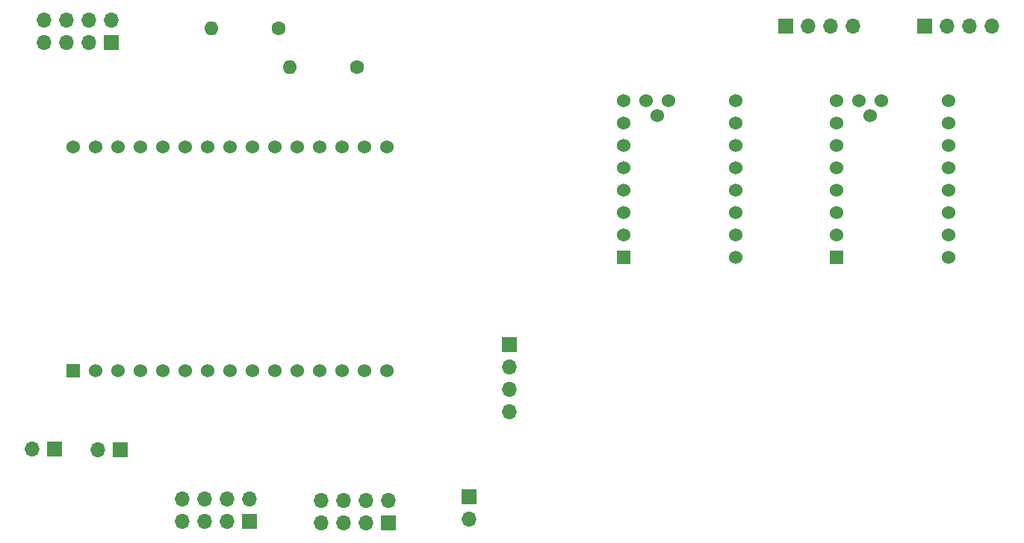
<source format=gbr>
%TF.GenerationSoftware,KiCad,Pcbnew,5.1.9-73d0e3b20d~88~ubuntu20.04.1*%
%TF.CreationDate,2021-04-10T15:21:01+02:00*%
%TF.ProjectId,pcb_central_unit,7063625f-6365-46e7-9472-616c5f756e69,rev?*%
%TF.SameCoordinates,Original*%
%TF.FileFunction,Soldermask,Bot*%
%TF.FilePolarity,Negative*%
%FSLAX46Y46*%
G04 Gerber Fmt 4.6, Leading zero omitted, Abs format (unit mm)*
G04 Created by KiCad (PCBNEW 5.1.9-73d0e3b20d~88~ubuntu20.04.1) date 2021-04-10 15:21:01*
%MOMM*%
%LPD*%
G01*
G04 APERTURE LIST*
%ADD10C,1.524000*%
%ADD11R,1.524000X1.524000*%
%ADD12O,1.700000X1.700000*%
%ADD13R,1.700000X1.700000*%
%ADD14O,1.600000X1.600000*%
%ADD15C,1.600000*%
G04 APERTURE END LIST*
D10*
%TO.C,U1*%
X123571000Y-76581000D03*
X124841000Y-74930000D03*
X122301000Y-74930000D03*
D11*
X119761000Y-92710000D03*
D10*
X119761000Y-90170000D03*
X119761000Y-87630000D03*
X119761000Y-85090000D03*
X119761000Y-82550000D03*
X119761000Y-80010000D03*
X119761000Y-77470000D03*
X119761000Y-74930000D03*
X132461000Y-74930000D03*
X132461000Y-77470000D03*
X132461000Y-80010000D03*
X132461000Y-82550000D03*
X132461000Y-85090000D03*
X132461000Y-87630000D03*
X132461000Y-90170000D03*
X132461000Y-92710000D03*
%TD*%
D12*
%TO.C,J2*%
X85471000Y-120269000D03*
X85471000Y-122809000D03*
X88011000Y-120269000D03*
X88011000Y-122809000D03*
X90551000Y-120269000D03*
X90551000Y-122809000D03*
X93091000Y-120269000D03*
D13*
X93091000Y-122809000D03*
%TD*%
D11*
%TO.C,U3*%
X57404000Y-105537000D03*
D10*
X59944000Y-105537000D03*
X62484000Y-105537000D03*
X65024000Y-105537000D03*
X67564000Y-105537000D03*
X70104000Y-105537000D03*
X72644000Y-105537000D03*
X75184000Y-105537000D03*
X77724000Y-105537000D03*
X80264000Y-105537000D03*
X82804000Y-105537000D03*
X85344000Y-105537000D03*
X87884000Y-105537000D03*
X90424000Y-105537000D03*
X92964000Y-105537000D03*
X92964000Y-80137000D03*
X90424000Y-80137000D03*
X87884000Y-80137000D03*
X85344000Y-80137000D03*
X82804000Y-80137000D03*
X80264000Y-80137000D03*
X77724000Y-80137000D03*
X75184000Y-80137000D03*
X72644000Y-80137000D03*
X70104000Y-80137000D03*
X67564000Y-80137000D03*
X65024000Y-80137000D03*
X62484000Y-80137000D03*
X59944000Y-80137000D03*
X57404000Y-80137000D03*
%TD*%
%TO.C,U2*%
X147701000Y-76581000D03*
X148971000Y-74930000D03*
X146431000Y-74930000D03*
D11*
X143891000Y-92710000D03*
D10*
X143891000Y-90170000D03*
X143891000Y-87630000D03*
X143891000Y-85090000D03*
X143891000Y-82550000D03*
X143891000Y-80010000D03*
X143891000Y-77470000D03*
X143891000Y-74930000D03*
X156591000Y-74930000D03*
X156591000Y-77470000D03*
X156591000Y-80010000D03*
X156591000Y-82550000D03*
X156591000Y-85090000D03*
X156591000Y-87630000D03*
X156591000Y-90170000D03*
X156591000Y-92710000D03*
%TD*%
D12*
%TO.C,J6*%
X106807000Y-110236000D03*
X106807000Y-107696000D03*
X106807000Y-105156000D03*
D13*
X106807000Y-102616000D03*
%TD*%
D12*
%TO.C,J7*%
X102235000Y-122428000D03*
D13*
X102235000Y-119888000D03*
%TD*%
D14*
%TO.C,R2*%
X81915000Y-71120000D03*
D15*
X89535000Y-71120000D03*
%TD*%
D14*
%TO.C,R1*%
X73025000Y-66675000D03*
D15*
X80645000Y-66675000D03*
%TD*%
D12*
%TO.C,J9*%
X60198000Y-114554000D03*
D13*
X62738000Y-114554000D03*
%TD*%
D12*
%TO.C,J8*%
X52705000Y-114427000D03*
D13*
X55245000Y-114427000D03*
%TD*%
D12*
%TO.C,J5*%
X161544000Y-66421000D03*
X159004000Y-66421000D03*
X156464000Y-66421000D03*
D13*
X153924000Y-66421000D03*
%TD*%
D12*
%TO.C,J4*%
X145796000Y-66421000D03*
X143256000Y-66421000D03*
X140716000Y-66421000D03*
D13*
X138176000Y-66421000D03*
%TD*%
D12*
%TO.C,J3*%
X69723000Y-120142000D03*
X69723000Y-122682000D03*
X72263000Y-120142000D03*
X72263000Y-122682000D03*
X74803000Y-120142000D03*
X74803000Y-122682000D03*
X77343000Y-120142000D03*
D13*
X77343000Y-122682000D03*
%TD*%
D12*
%TO.C,J1*%
X54102000Y-65786000D03*
X54102000Y-68326000D03*
X56642000Y-65786000D03*
X56642000Y-68326000D03*
X59182000Y-65786000D03*
X59182000Y-68326000D03*
X61722000Y-65786000D03*
D13*
X61722000Y-68326000D03*
%TD*%
M02*

</source>
